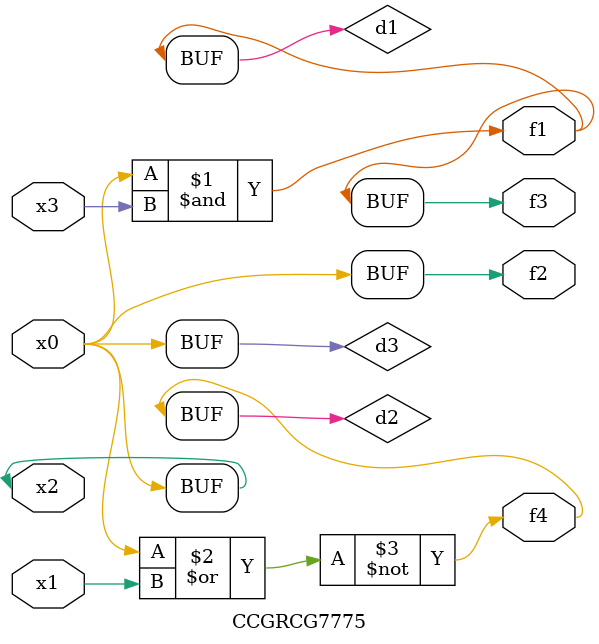
<source format=v>
module CCGRCG7775(
	input x0, x1, x2, x3,
	output f1, f2, f3, f4
);

	wire d1, d2, d3;

	and (d1, x2, x3);
	nor (d2, x0, x1);
	buf (d3, x0, x2);
	assign f1 = d1;
	assign f2 = d3;
	assign f3 = d1;
	assign f4 = d2;
endmodule

</source>
